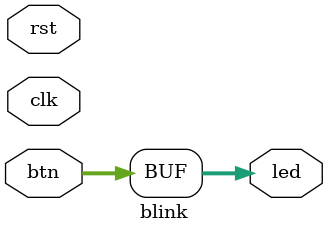
<source format=v>
`timescale 1ns / 1ps


module blink(
    input clk,
    input rst,
    input [3:0] btn,
    output [3:0] led
    );
    
    assign led = btn;
endmodule

</source>
